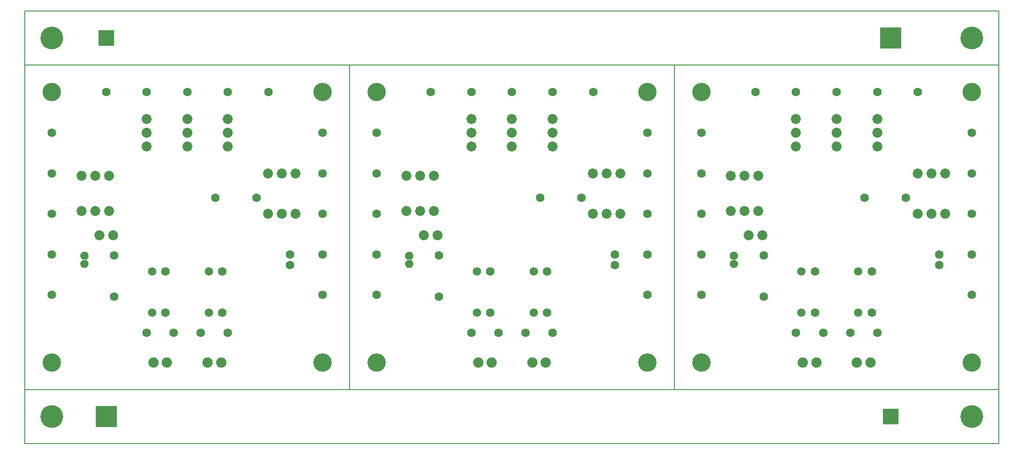
<source format=gbr>
G04 CAM350 V9.5.1 (Build 211) Date:  Fri Sep 21 11:09:19 2018 *
G04 Database: E:\9ÔÂ\9.21\PB18689\PB18689.cam *
G04 Layer 2: GBS *
%FSLAX33Y33*%
%MOMM*%
%SFA1.000B1.000*%

%MIA0B0*%
%IPPOS*%
%ADD11C,0.20000*%
%ADD14C,1.40000*%
%ADD23C,1.60000*%
%ADD24C,1.90000*%
%ADD25C,3.40000*%
%ADD26C,1.55000*%
%ADD27C,1.85000*%
%ADD30C,4.20000*%
%ADD32R,3.00000X3.00000*%
%ADD34R,4.00000X4.00000*%
%ADD37R,4.00000X4.00000*%
%ADD40R,3.00000X3.00000*%
%LNGBS*%
%LPD*%
G54D23*
X47900Y80400D03*
X30400Y65400D03*
X47900Y35900D03*
X52900D03*
X62900Y80400D03*
X80400Y65400D03*
X62900Y35900D03*
X57900D03*
X51400Y47210D03*
Y39590D03*
X61900Y47210D03*
Y39590D03*
X41900Y50210D03*
Y42590D03*
X74400Y50400D03*
Y48400D03*
X68210Y60900D03*
X60590D03*
X80400Y72900D03*
X70400Y80400D03*
X30400Y57900D03*
X80400D03*
X55400Y80400D03*
X30400Y50400D03*
X80400D03*
X40400Y80400D03*
X30400Y72900D03*
Y42900D03*
X80400D03*
X51400Y47210D03*
Y39590D03*
X61900Y47210D03*
Y39590D03*
X41900Y50210D03*
Y42590D03*
X68210Y60900D03*
X60590D03*
G54D14*
X36400Y50150D03*
Y48650D03*
Y50150D03*
Y48650D03*
G54D24*
X59150Y30400D03*
X61650D03*
X49150D03*
X51650D03*
G54D25*
X30400D03*
Y80400D03*
X80400D03*
Y30400D03*
G54D26*
X48900Y39590D03*
Y47210D03*
X59400Y39590D03*
Y47210D03*
X48900Y39590D03*
Y47210D03*
X59400Y39590D03*
Y47210D03*
G54D27*
X39130Y53900D03*
X41670D03*
X47900Y75440D03*
Y72900D03*
Y70360D03*
X35860Y64900D03*
X38400D03*
X40940D03*
X62900Y75440D03*
Y72900D03*
Y70360D03*
X75440Y65400D03*
X72900D03*
X70360D03*
X35860Y58400D03*
X38400D03*
X40940D03*
X75440Y57900D03*
X72900D03*
X70360D03*
X55400Y75440D03*
Y72900D03*
Y70360D03*
G54D23*
X107900Y80400D03*
X90400Y65400D03*
X107900Y35900D03*
X112900D03*
X122900Y80400D03*
X140400Y65400D03*
X122900Y35900D03*
X117900D03*
X111400Y47210D03*
Y39590D03*
X121900Y47210D03*
Y39590D03*
X101900Y50210D03*
Y42590D03*
X134400Y50400D03*
Y48400D03*
X128210Y60900D03*
X120590D03*
X140400Y72900D03*
X130400Y80400D03*
X90400Y57900D03*
X140400D03*
X115400Y80400D03*
X90400Y50400D03*
X140400D03*
X100400Y80400D03*
X90400Y72900D03*
Y42900D03*
X140400D03*
X111400Y47210D03*
Y39590D03*
X121900Y47210D03*
Y39590D03*
X101900Y50210D03*
Y42590D03*
X128210Y60900D03*
X120590D03*
G54D14*
X96400Y50150D03*
Y48650D03*
Y50150D03*
Y48650D03*
G54D24*
X119150Y30400D03*
X121650D03*
X109150D03*
X111650D03*
G54D25*
X90400D03*
Y80400D03*
X140400D03*
Y30400D03*
G54D26*
X108900Y39590D03*
Y47210D03*
X119400Y39590D03*
Y47210D03*
X108900Y39590D03*
Y47210D03*
X119400Y39590D03*
Y47210D03*
G54D27*
X99130Y53900D03*
X101670D03*
X107900Y75440D03*
Y72900D03*
Y70360D03*
X95860Y64900D03*
X98400D03*
X100940D03*
X122900Y75440D03*
Y72900D03*
Y70360D03*
X135440Y65400D03*
X132900D03*
X130360D03*
X95860Y58400D03*
X98400D03*
X100940D03*
X135440Y57900D03*
X132900D03*
X130360D03*
X115400Y75440D03*
Y72900D03*
Y70360D03*
G54D23*
X167900Y80400D03*
X150400Y65400D03*
X167900Y35900D03*
X172900D03*
X182900Y80400D03*
X200400Y65400D03*
X182900Y35900D03*
X177900D03*
X171400Y47210D03*
Y39590D03*
X181900Y47210D03*
Y39590D03*
X161900Y50210D03*
Y42590D03*
X194400Y50400D03*
Y48400D03*
X188210Y60900D03*
X180590D03*
X200400Y72900D03*
X190400Y80400D03*
X150400Y57900D03*
X200400D03*
X175400Y80400D03*
X150400Y50400D03*
X200400D03*
X160400Y80400D03*
X150400Y72900D03*
Y42900D03*
X200400D03*
X171400Y47210D03*
Y39590D03*
X181900Y47210D03*
Y39590D03*
X161900Y50210D03*
Y42590D03*
X188210Y60900D03*
X180590D03*
G54D14*
X156400Y50150D03*
Y48650D03*
Y50150D03*
Y48650D03*
G54D24*
X179150Y30400D03*
X181650D03*
X169150D03*
X171650D03*
G54D25*
X150400D03*
Y80400D03*
X200400D03*
Y30400D03*
G54D26*
X168900Y39590D03*
Y47210D03*
X179400Y39590D03*
Y47210D03*
X168900Y39590D03*
Y47210D03*
X179400Y39590D03*
Y47210D03*
G54D27*
X159130Y53900D03*
X161670D03*
X167900Y75440D03*
Y72900D03*
Y70360D03*
X155860Y64900D03*
X158400D03*
X160940D03*
X182900Y75440D03*
Y72900D03*
Y70360D03*
X195440Y65400D03*
X192900D03*
X190360D03*
X155860Y58400D03*
X158400D03*
X160940D03*
X195440Y57900D03*
X192900D03*
X190360D03*
X175400Y75440D03*
Y72900D03*
Y70360D03*
G54D34*
X40400Y20400D03*
G54D30*
X30400D03*
G54D32*
X185400D03*
G54D30*
X200400D03*
G54D37*
X185400Y90400D03*
G54D30*
X200400D03*
G54D40*
X40400D03*
G54D30*
X30400D03*
G54D11*
X36709Y49550D02*
G01X36786Y49596D01*
X36856Y49652*
Y49652D02*
G01X36918Y49717D01*
Y49717D02*
G01X36971Y49790D01*
Y49790D02*
G01X37014Y49869D01*
Y49869D02*
G01X37046Y49953D01*
Y49953D02*
G01X37066Y50041D01*
Y50041D02*
G01X37075Y50131D01*
X37071Y50220*
Y50220D02*
G01X37056Y50309D01*
Y50309D02*
G01X37029Y50395D01*
X36991Y50476*
Y50476D02*
G01X36942Y50552D01*
Y50552D02*
G01X36884Y50621D01*
X36817Y50681*
Y50681D02*
G01X36743Y50732D01*
X36662Y50772*
Y50772D02*
G01X36577Y50802D01*
Y50802D02*
G01X36489Y50819D01*
Y50819D02*
G01X36400Y50825D01*
Y50825D02*
G01X36310Y50819D01*
Y50819D02*
G01X36222Y50802D01*
X36137Y50772*
Y50772D02*
G01X36056Y50732D01*
Y50732D02*
G01X35982Y50681D01*
X35915Y50621*
Y50621D02*
G01X35857Y50552D01*
Y50552D02*
G01X35808Y50476D01*
Y50476D02*
G01X35770Y50395D01*
Y50395D02*
G01X35743Y50309D01*
Y50309D02*
G01X35728Y50220D01*
Y50220D02*
G01X35724Y50131D01*
Y50131D02*
G01X35733Y50041D01*
X35753Y49953*
Y49953D02*
G01X35785Y49869D01*
Y49869D02*
G01X35828Y49790D01*
Y49790D02*
G01X35881Y49717D01*
Y49717D02*
G01X35943Y49652D01*
Y49652D02*
G01X36013Y49596D01*
Y49596D02*
G01X36090Y49550D01*
Y49550D02*
G01X36709D01*
X35800Y49843D02*
G01Y50458D01*
X35900Y49698D02*
G01Y50602D01*
X36000Y49607D02*
G01Y50693D01*
X36100Y49550D02*
G01Y50753D01*
X36200Y49550D02*
G01Y50794D01*
X36300Y49550D02*
G01Y50817D01*
X36400Y49550D02*
G01Y50825D01*
X36500Y49550D02*
G01Y50817D01*
X36600Y49550D02*
G01Y50794D01*
X36700Y49550D02*
G01Y50753D01*
X36800Y49607D02*
G01Y50693D01*
X36900Y49698D02*
G01Y50602D01*
X37000Y49843D02*
G01Y50458D01*
X36400Y47974D02*
G01X36489Y47980D01*
Y47980D02*
G01X36577Y47998D01*
Y47998D02*
G01X36662Y48027D01*
Y48027D02*
G01X36743Y48067D01*
Y48067D02*
G01X36817Y48118D01*
Y48118D02*
G01X36884Y48178D01*
Y48178D02*
G01X36942Y48247D01*
Y48247D02*
G01X36991Y48323D01*
X37029Y48404*
Y48404D02*
G01X37056Y48490D01*
X37071Y48579*
Y48579D02*
G01X37075Y48669D01*
X37066Y48758*
Y48758D02*
G01X37046Y48846D01*
X37014Y48930*
X36971Y49009*
Y49009D02*
G01X36918Y49082D01*
Y49082D02*
G01X36856Y49147D01*
Y49147D02*
G01X36786Y49203D01*
Y49203D02*
G01X36709Y49250D01*
X36090*
Y49250D02*
G01X36013Y49203D01*
Y49203D02*
G01X35943Y49147D01*
X35881Y49082*
X35828Y49009*
X35785Y48930*
Y48930D02*
G01X35753Y48846D01*
Y48846D02*
G01X35733Y48758D01*
Y48758D02*
G01X35724Y48669D01*
Y48669D02*
G01X35728Y48579D01*
X35743Y48490*
Y48490D02*
G01X35770Y48404D01*
Y48404D02*
G01X35808Y48323D01*
Y48323D02*
G01X35857Y48247D01*
X35915Y48178*
Y48178D02*
G01X35982Y48118D01*
Y48118D02*
G01X36056Y48067D01*
Y48067D02*
G01X36137Y48027D01*
X36222Y47998*
X36310Y47980*
X36400Y47974*
X35800Y48341D02*
G01Y48956D01*
X35900Y48197D02*
G01Y49101D01*
X36000Y48106D02*
G01Y49192D01*
X36100Y48046D02*
G01Y49250D01*
X36200Y48005D02*
G01Y49250D01*
X36300Y47982D02*
G01Y49250D01*
X36400Y47974D02*
G01Y49250D01*
X36500Y47982D02*
G01Y49250D01*
X36600Y48005D02*
G01Y49250D01*
X36700Y48046D02*
G01Y49250D01*
X36800Y48106D02*
G01Y49192D01*
X36900Y48197D02*
G01Y49101D01*
X37000Y48341D02*
G01Y48956D01*
X96709Y49550D02*
G01X96786Y49596D01*
X96856Y49652*
Y49652D02*
G01X96918Y49717D01*
Y49717D02*
G01X96971Y49790D01*
Y49790D02*
G01X97014Y49869D01*
Y49869D02*
G01X97046Y49953D01*
Y49953D02*
G01X97066Y50041D01*
Y50041D02*
G01X97075Y50131D01*
X97071Y50220*
Y50220D02*
G01X97056Y50309D01*
Y50309D02*
G01X97029Y50395D01*
X96991Y50476*
Y50476D02*
G01X96942Y50552D01*
Y50552D02*
G01X96884Y50621D01*
X96817Y50681*
Y50681D02*
G01X96743Y50732D01*
X96662Y50772*
Y50772D02*
G01X96577Y50802D01*
Y50802D02*
G01X96489Y50819D01*
Y50819D02*
G01X96400Y50825D01*
Y50825D02*
G01X96310Y50819D01*
Y50819D02*
G01X96222Y50802D01*
X96137Y50772*
Y50772D02*
G01X96056Y50732D01*
Y50732D02*
G01X95982Y50681D01*
X95915Y50621*
Y50621D02*
G01X95857Y50552D01*
Y50552D02*
G01X95808Y50476D01*
Y50476D02*
G01X95770Y50395D01*
Y50395D02*
G01X95743Y50309D01*
Y50309D02*
G01X95728Y50220D01*
Y50220D02*
G01X95724Y50131D01*
Y50131D02*
G01X95733Y50041D01*
X95753Y49953*
Y49953D02*
G01X95785Y49869D01*
Y49869D02*
G01X95828Y49790D01*
Y49790D02*
G01X95881Y49717D01*
Y49717D02*
G01X95943Y49652D01*
Y49652D02*
G01X96013Y49596D01*
Y49596D02*
G01X96090Y49550D01*
Y49550D02*
G01X96709D01*
X95800Y49843D02*
G01Y50458D01*
X95900Y49698D02*
G01Y50602D01*
X96000Y49607D02*
G01Y50693D01*
X96100Y49550D02*
G01Y50753D01*
X96200Y49550D02*
G01Y50794D01*
X96300Y49550D02*
G01Y50817D01*
X96400Y49550D02*
G01Y50825D01*
X96500Y49550D02*
G01Y50817D01*
X96600Y49550D02*
G01Y50794D01*
X96700Y49550D02*
G01Y50753D01*
X96800Y49607D02*
G01Y50693D01*
X96900Y49698D02*
G01Y50602D01*
X97000Y49843D02*
G01Y50458D01*
X96400Y47974D02*
G01X96489Y47980D01*
Y47980D02*
G01X96577Y47998D01*
Y47998D02*
G01X96662Y48027D01*
Y48027D02*
G01X96743Y48067D01*
Y48067D02*
G01X96817Y48118D01*
Y48118D02*
G01X96884Y48178D01*
Y48178D02*
G01X96942Y48247D01*
Y48247D02*
G01X96991Y48323D01*
X97029Y48404*
Y48404D02*
G01X97056Y48490D01*
X97071Y48579*
Y48579D02*
G01X97075Y48669D01*
X97066Y48758*
Y48758D02*
G01X97046Y48846D01*
X97014Y48930*
X96971Y49009*
Y49009D02*
G01X96918Y49082D01*
Y49082D02*
G01X96856Y49147D01*
Y49147D02*
G01X96786Y49203D01*
Y49203D02*
G01X96709Y49250D01*
X96090*
Y49250D02*
G01X96013Y49203D01*
Y49203D02*
G01X95943Y49147D01*
X95881Y49082*
X95828Y49009*
X95785Y48930*
Y48930D02*
G01X95753Y48846D01*
Y48846D02*
G01X95733Y48758D01*
Y48758D02*
G01X95724Y48669D01*
Y48669D02*
G01X95728Y48579D01*
X95743Y48490*
Y48490D02*
G01X95770Y48404D01*
Y48404D02*
G01X95808Y48323D01*
Y48323D02*
G01X95857Y48247D01*
X95915Y48178*
Y48178D02*
G01X95982Y48118D01*
Y48118D02*
G01X96056Y48067D01*
Y48067D02*
G01X96137Y48027D01*
X96222Y47998*
X96310Y47980*
X96400Y47974*
X95800Y48341D02*
G01Y48956D01*
X95900Y48197D02*
G01Y49101D01*
X96000Y48106D02*
G01Y49192D01*
X96100Y48046D02*
G01Y49250D01*
X96200Y48005D02*
G01Y49250D01*
X96300Y47982D02*
G01Y49250D01*
X96400Y47974D02*
G01Y49250D01*
X96500Y47982D02*
G01Y49250D01*
X96600Y48005D02*
G01Y49250D01*
X96700Y48046D02*
G01Y49250D01*
X96800Y48106D02*
G01Y49192D01*
X96900Y48197D02*
G01Y49101D01*
X97000Y48341D02*
G01Y48956D01*
X156709Y49550D02*
G01X156786Y49596D01*
X156856Y49652*
Y49652D02*
G01X156918Y49717D01*
Y49717D02*
G01X156971Y49790D01*
Y49790D02*
G01X157014Y49869D01*
Y49869D02*
G01X157046Y49953D01*
Y49953D02*
G01X157066Y50041D01*
Y50041D02*
G01X157075Y50131D01*
X157071Y50220*
Y50220D02*
G01X157056Y50309D01*
Y50309D02*
G01X157029Y50395D01*
X156991Y50476*
Y50476D02*
G01X156942Y50552D01*
Y50552D02*
G01X156884Y50621D01*
X156817Y50681*
Y50681D02*
G01X156743Y50732D01*
X156662Y50772*
Y50772D02*
G01X156577Y50802D01*
Y50802D02*
G01X156489Y50819D01*
Y50819D02*
G01X156400Y50825D01*
Y50825D02*
G01X156310Y50819D01*
Y50819D02*
G01X156222Y50802D01*
X156137Y50772*
Y50772D02*
G01X156056Y50732D01*
Y50732D02*
G01X155982Y50681D01*
X155915Y50621*
Y50621D02*
G01X155857Y50552D01*
Y50552D02*
G01X155808Y50476D01*
Y50476D02*
G01X155770Y50395D01*
Y50395D02*
G01X155743Y50309D01*
Y50309D02*
G01X155728Y50220D01*
Y50220D02*
G01X155724Y50131D01*
Y50131D02*
G01X155733Y50041D01*
X155753Y49953*
Y49953D02*
G01X155785Y49869D01*
Y49869D02*
G01X155828Y49790D01*
Y49790D02*
G01X155881Y49717D01*
Y49717D02*
G01X155943Y49652D01*
Y49652D02*
G01X156013Y49596D01*
Y49596D02*
G01X156090Y49550D01*
Y49550D02*
G01X156709D01*
X155800Y49843D02*
G01Y50458D01*
X155900Y49698D02*
G01Y50602D01*
X156000Y49607D02*
G01Y50693D01*
X156100Y49550D02*
G01Y50753D01*
X156200Y49550D02*
G01Y50794D01*
X156300Y49550D02*
G01Y50817D01*
X156400Y49550D02*
G01Y50825D01*
X156500Y49550D02*
G01Y50817D01*
X156600Y49550D02*
G01Y50794D01*
X156700Y49550D02*
G01Y50753D01*
X156800Y49607D02*
G01Y50693D01*
X156900Y49698D02*
G01Y50602D01*
X157000Y49843D02*
G01Y50458D01*
X156400Y47974D02*
G01X156489Y47980D01*
Y47980D02*
G01X156577Y47998D01*
Y47998D02*
G01X156662Y48027D01*
Y48027D02*
G01X156743Y48067D01*
Y48067D02*
G01X156817Y48118D01*
Y48118D02*
G01X156884Y48178D01*
Y48178D02*
G01X156942Y48247D01*
Y48247D02*
G01X156991Y48323D01*
X157029Y48404*
Y48404D02*
G01X157056Y48490D01*
X157071Y48579*
Y48579D02*
G01X157075Y48669D01*
X157066Y48758*
Y48758D02*
G01X157046Y48846D01*
X157014Y48930*
X156971Y49009*
Y49009D02*
G01X156918Y49082D01*
Y49082D02*
G01X156856Y49147D01*
Y49147D02*
G01X156786Y49203D01*
Y49203D02*
G01X156709Y49250D01*
X156090*
Y49250D02*
G01X156013Y49203D01*
Y49203D02*
G01X155943Y49147D01*
X155881Y49082*
X155828Y49009*
X155785Y48930*
Y48930D02*
G01X155753Y48846D01*
Y48846D02*
G01X155733Y48758D01*
Y48758D02*
G01X155724Y48669D01*
Y48669D02*
G01X155728Y48579D01*
X155743Y48490*
Y48490D02*
G01X155770Y48404D01*
Y48404D02*
G01X155808Y48323D01*
Y48323D02*
G01X155857Y48247D01*
X155915Y48178*
Y48178D02*
G01X155982Y48118D01*
Y48118D02*
G01X156056Y48067D01*
Y48067D02*
G01X156137Y48027D01*
X156222Y47998*
X156310Y47980*
X156400Y47974*
X155800Y48341D02*
G01Y48956D01*
X155900Y48197D02*
G01Y49101D01*
X156000Y48106D02*
G01Y49192D01*
X156100Y48046D02*
G01Y49250D01*
X156200Y48005D02*
G01Y49250D01*
X156300Y47982D02*
G01Y49250D01*
X156400Y47974D02*
G01Y49250D01*
X156500Y47982D02*
G01Y49250D01*
X156600Y48005D02*
G01Y49250D01*
X156700Y48046D02*
G01Y49250D01*
X156800Y48106D02*
G01Y49192D01*
X156900Y48197D02*
G01Y49101D01*
X157000Y48341D02*
G01Y48956D01*
X25400Y25400D02*
G01X85400D01*
Y85400*
X25400*
Y25400*
X85400D02*
G01X145400D01*
Y85400*
X85400*
Y25400*
X145400D02*
G01X205400D01*
Y85400*
X145400*
Y25400*
X25400D02*
G01X205400D01*
Y15400*
X25400*
Y25400*
X205400Y85400D02*
G01X25400D01*
Y95400*
X205400*
Y85400*
M02*

</source>
